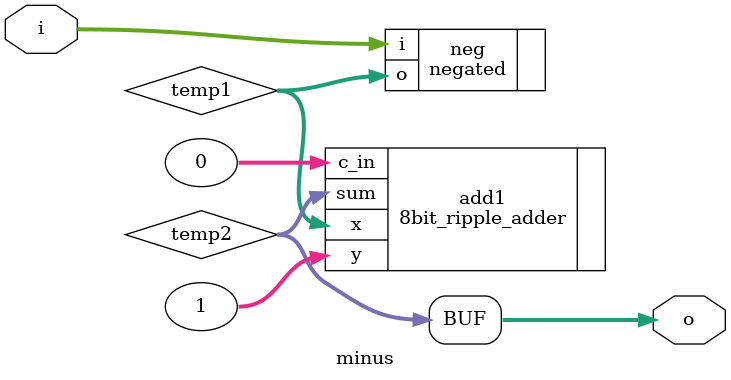
<source format=v>
module minus //Module to make an 8-bit number negative (i.e. 8'b0000_0001 -> 8'b1111_1111)
	(
    input [7:0] i, //input 8-bit number
    output [7:0] o //output 8-bit number
    );
	 wire [7:0] temp1, temp2; //Temporary variables for operation
	 negated neg (.i(i), .o(temp1)); //A module that will NOT an 8-bit number (i.e. flight all the bits; A -> A')
	\8bit_ripple_adder add1 (.x(temp1), .y(1), .c_in(0), .sum(temp2)); //8-bit ripple adder, will add 1 (8'b0000_0001) to the number, resulting in the 2's complement form
	assign o = temp2; //Assign the 2's complement number as the output for the module
endmodule

</source>
